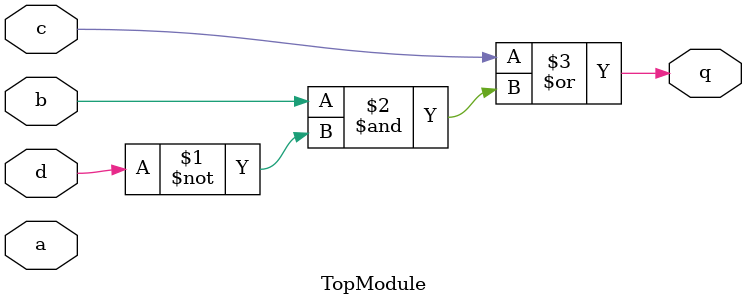
<source format=sv>
module TopModule(
    input logic a,
    input logic b,
    input logic c,
    input logic d,
    output logic q
);

    // Combinational logic for output q
    assign q = c | (b & ~d);

endmodule
</source>
